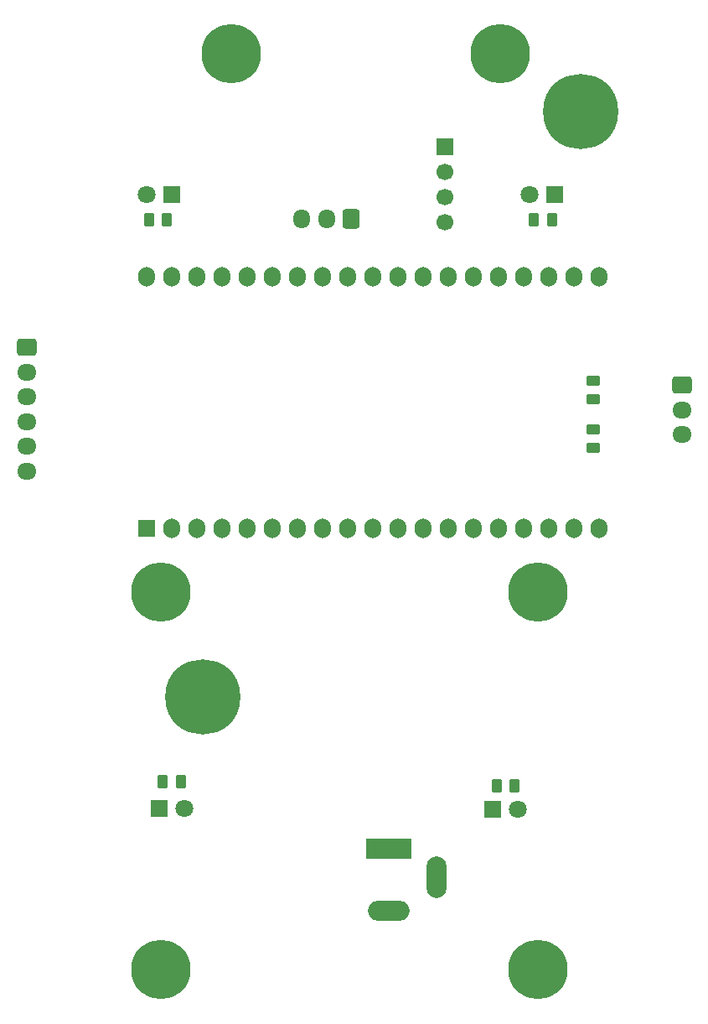
<source format=gts>
%TF.GenerationSoftware,KiCad,Pcbnew,9.0.6*%
%TF.CreationDate,2026-01-26T22:39:46+07:00*%
%TF.ProjectId,BluetoothCar,426c7565-746f-46f7-9468-4361722e6b69,rev?*%
%TF.SameCoordinates,Original*%
%TF.FileFunction,Soldermask,Top*%
%TF.FilePolarity,Negative*%
%FSLAX46Y46*%
G04 Gerber Fmt 4.6, Leading zero omitted, Abs format (unit mm)*
G04 Created by KiCad (PCBNEW 9.0.6) date 2026-01-26 22:39:46*
%MOMM*%
%LPD*%
G01*
G04 APERTURE LIST*
G04 Aperture macros list*
%AMRoundRect*
0 Rectangle with rounded corners*
0 $1 Rounding radius*
0 $2 $3 $4 $5 $6 $7 $8 $9 X,Y pos of 4 corners*
0 Add a 4 corners polygon primitive as box body*
4,1,4,$2,$3,$4,$5,$6,$7,$8,$9,$2,$3,0*
0 Add four circle primitives for the rounded corners*
1,1,$1+$1,$2,$3*
1,1,$1+$1,$4,$5*
1,1,$1+$1,$6,$7*
1,1,$1+$1,$8,$9*
0 Add four rect primitives between the rounded corners*
20,1,$1+$1,$2,$3,$4,$5,0*
20,1,$1+$1,$4,$5,$6,$7,0*
20,1,$1+$1,$6,$7,$8,$9,0*
20,1,$1+$1,$8,$9,$2,$3,0*%
G04 Aperture macros list end*
%ADD10RoundRect,0.250000X0.600000X0.725000X-0.600000X0.725000X-0.600000X-0.725000X0.600000X-0.725000X0*%
%ADD11O,1.700000X1.950000*%
%ADD12C,6.000000*%
%ADD13RoundRect,0.250000X-0.262500X-0.450000X0.262500X-0.450000X0.262500X0.450000X-0.262500X0.450000X0*%
%ADD14C,7.600000*%
%ADD15R,1.700000X1.700000*%
%ADD16C,1.700000*%
%ADD17R,1.800000X1.800000*%
%ADD18C,1.800000*%
%ADD19RoundRect,0.250000X0.450000X-0.262500X0.450000X0.262500X-0.450000X0.262500X-0.450000X-0.262500X0*%
%ADD20RoundRect,0.250000X-0.725000X0.600000X-0.725000X-0.600000X0.725000X-0.600000X0.725000X0.600000X0*%
%ADD21O,1.950000X1.700000*%
%ADD22R,4.600000X2.000000*%
%ADD23O,4.200000X2.000000*%
%ADD24O,2.000000X4.200000*%
%ADD25RoundRect,0.250000X0.262500X0.450000X-0.262500X0.450000X-0.262500X-0.450000X0.262500X-0.450000X0*%
%ADD26O,1.700000X2.000000*%
G04 APERTURE END LIST*
D10*
%TO.C,J5*%
X110200000Y-77100000D03*
D11*
X107700000Y-77100000D03*
X105200000Y-77100000D03*
%TD*%
D12*
%TO.C,H4*%
X129100000Y-152955000D03*
%TD*%
D13*
%TO.C,R4*%
X128687500Y-77200000D03*
X130512500Y-77200000D03*
%TD*%
D14*
%TO.C,H7*%
X95200000Y-125400000D03*
%TD*%
D15*
%TO.C,J3*%
X119700000Y-69860000D03*
D16*
X119700000Y-72400000D03*
X119700000Y-74940000D03*
X119700000Y-77480000D03*
%TD*%
D17*
%TO.C,D2*%
X130782500Y-74700000D03*
D18*
X128242500Y-74700000D03*
%TD*%
D19*
%TO.C,R2*%
X134700000Y-95312500D03*
X134700000Y-93487500D03*
%TD*%
D12*
%TO.C,H3*%
X91000000Y-152955000D03*
%TD*%
%TO.C,H6*%
X125300000Y-60500000D03*
%TD*%
D13*
%TO.C,R3*%
X89775000Y-77200000D03*
X91600000Y-77200000D03*
%TD*%
D17*
%TO.C,D3*%
X90830000Y-136620000D03*
D18*
X93370000Y-136620000D03*
%TD*%
D20*
%TO.C,J4*%
X77400000Y-90100000D03*
D21*
X77400000Y-92600000D03*
X77400000Y-95100000D03*
X77400000Y-97600000D03*
X77400000Y-100100000D03*
X77400000Y-102600000D03*
%TD*%
D22*
%TO.C,J2*%
X114000000Y-140700000D03*
D23*
X114000000Y-147000000D03*
D24*
X118800000Y-143600000D03*
%TD*%
D12*
%TO.C,H2*%
X129100000Y-114855000D03*
%TD*%
%TO.C,H1*%
X91000000Y-114855000D03*
%TD*%
D19*
%TO.C,R1*%
X134700000Y-100225000D03*
X134700000Y-98400000D03*
%TD*%
D17*
%TO.C,D4*%
X124530000Y-136720000D03*
D18*
X127070000Y-136720000D03*
%TD*%
D12*
%TO.C,H5*%
X98100000Y-60500000D03*
%TD*%
D20*
%TO.C,J6*%
X143625000Y-93900000D03*
D21*
X143625000Y-96400000D03*
X143625000Y-98900000D03*
%TD*%
D25*
%TO.C,R6*%
X126712500Y-134400000D03*
X124887500Y-134400000D03*
%TD*%
D17*
%TO.C,D1*%
X92045000Y-74700000D03*
D18*
X89505000Y-74700000D03*
%TD*%
D14*
%TO.C,H8*%
X133400000Y-66300000D03*
%TD*%
D25*
%TO.C,R5*%
X93012500Y-133955000D03*
X91187500Y-133955000D03*
%TD*%
D15*
%TO.C,U1*%
X89560000Y-108400000D03*
D26*
X92100000Y-108400000D03*
X94640000Y-108400000D03*
X97180000Y-108400000D03*
X99720000Y-108400000D03*
X102260000Y-108400000D03*
X104800000Y-108400000D03*
X107340000Y-108400000D03*
X109880000Y-108400000D03*
X112420000Y-108400000D03*
X114960000Y-108400000D03*
X117500000Y-108400000D03*
X120040000Y-108400000D03*
X122580000Y-108400000D03*
X125120000Y-108400000D03*
X127660000Y-108400000D03*
X130200000Y-108400000D03*
X132740000Y-108400000D03*
X135280000Y-108400000D03*
X89560000Y-83000000D03*
X92100000Y-83000000D03*
X94640000Y-83000000D03*
X97180000Y-83000000D03*
X99720000Y-83000000D03*
X102260000Y-83000000D03*
X104800000Y-83000000D03*
X107340000Y-83000000D03*
X109880000Y-83000000D03*
X112420000Y-83000000D03*
X114960000Y-83000000D03*
X117500000Y-83000000D03*
X120040000Y-83000000D03*
X122580000Y-83000000D03*
X125120000Y-83000000D03*
X127660000Y-83000000D03*
X130200000Y-83000000D03*
X132740000Y-83000000D03*
X135280000Y-83000000D03*
%TD*%
M02*

</source>
